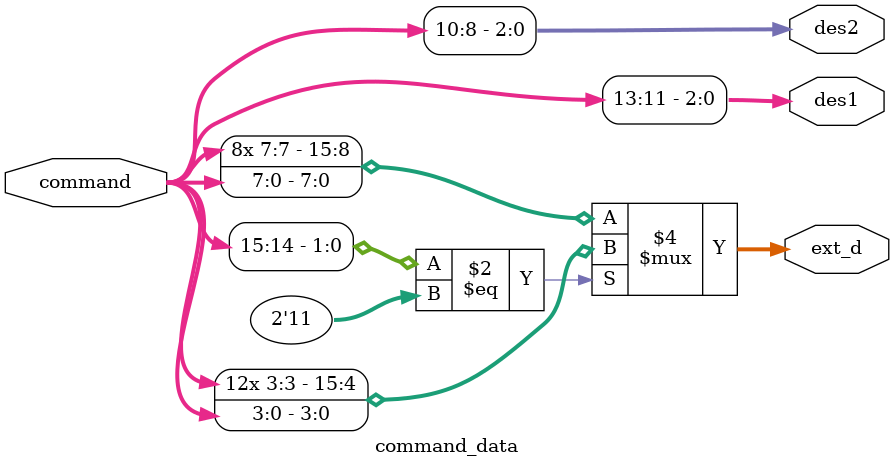
<source format=v>
module command_data(
input [15:0] command,
output reg [15:0] ext_d,
output [2:0] des1, des2);

//sign_ext extend_d(.in(command[7:0]), .out(ext_d));
assign des1 = command[13:11];
assign des2 = command[10:8];

always @* //choose ext_d. ADDi,SUBi,SLL,SRL,SRL,SRA -> command[3:0], LD,ST,LI,Branch -> command[7:0]
begin
	if (command[15:14] == 2'b11) begin
		ext_d <= {command[3], command[3], command[3], command[3], command[3], command[3], command[3], command[3], command[3], command[3], command[3], command[3], command[3:0]};
	end else begin
		ext_d <= {command[7], command[7], command[7], command[7], command[7], command[7], command[7], command[7], command[7:0]};
	end
end

endmodule
</source>
